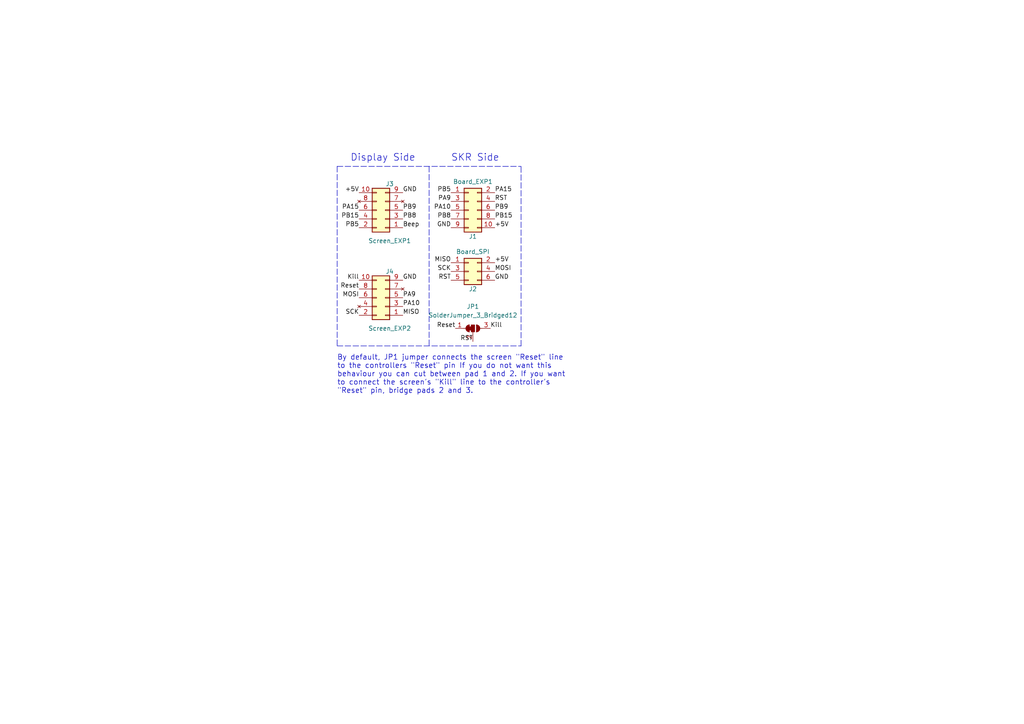
<source format=kicad_sch>
(kicad_sch (version 20211123) (generator eeschema)
  (paper "A4")
  (lib_symbols
    (symbol "Conn_02x05_Odd_Even_1" (pin_names (offset 1.016) hide)
      (property "Reference" "J3" (at -1.27 -7.62 0))
      (property "Value" "Conn_02x05_Odd_Even_1" (at -1.27 8.89 0))
      (symbol "Conn_02x05_Odd_Even_1_1_1"
        (rectangle (start -1.27 -4.953) (end 0 -5.207) (stroke (width 0.1524)))
        (rectangle (start -1.27 -2.413) (end 0 -2.667) (stroke (width 0.1524)))
        (rectangle (start -1.27 0.127) (end 0 -0.127) (stroke (width 0.1524)))
        (rectangle (start -1.27 2.667) (end 0 2.413) (stroke (width 0.1524)))
        (rectangle (start -1.27 5.207) (end 0 4.953) (stroke (width 0.1524)))
        (rectangle (start -1.27 6.35) (end 3.81 -6.35) (stroke (width 0.254)) (fill (type background)))
        (rectangle (start 3.81 -4.953) (end 2.54 -5.207) (stroke (width 0.1524)))
        (rectangle (start 3.81 -2.413) (end 2.54 -2.667) (stroke (width 0.1524)))
        (rectangle (start 3.81 0.127) (end 2.54 -0.127) (stroke (width 0.1524)))
        (rectangle (start 3.81 2.667) (end 2.54 2.413) (stroke (width 0.1524)))
        (rectangle (start 3.81 5.207) (end 2.54 4.953) (stroke (width 0.1524)))
        (pin passive line (at -5.08 5.08 0) (length 3.81) (name "Pin_1") (number "1"))
        (pin passive line (at 7.62 -5.08 180) (length 3.81) (name "Pin_10") (number "10"))
        (pin passive line (at 7.62 5.08 180) (length 3.81) (name "Pin_2") (number "2"))
        (pin passive line (at -5.08 2.54 0) (length 3.81) (name "Pin_3") (number "3"))
        (pin passive line (at 7.62 2.54 180) (length 3.81) (name "Pin_4") (number "4"))
        (pin passive line (at -5.08 0 0) (length 3.81) (name "Pin_5") (number "5"))
        (pin passive line (at 7.62 0 180) (length 3.81) (name "Pin_6") (number "6"))
        (pin no_connect line (at -5.08 -2.54 0) (length 3.81) (name "Pin_7") (number "7"))
        (pin no_connect line (at 7.62 -2.54 180) (length 3.81) (name "Pin_8") (number "8"))
        (pin passive line (at -5.08 -5.08 0) (length 3.81) (name "Pin_9") (number "9"))
      )
    )
    (symbol "Conn_02x05_Odd_Even_2" (pin_names (offset 1.016) hide)
      (property "Reference" "J4" (at -1.27 -7.62 0))
      (property "Value" "Conn_02x05_Odd_Even_2" (at -1.27 8.89 0))
      (symbol "Conn_02x05_Odd_Even_2_1_1"
        (rectangle (start -1.27 -4.953) (end 0 -5.207) (stroke (width 0.1524)))
        (rectangle (start -1.27 -2.413) (end 0 -2.667) (stroke (width 0.1524)))
        (rectangle (start -1.27 0.127) (end 0 -0.127) (stroke (width 0.1524)))
        (rectangle (start -1.27 2.667) (end 0 2.413) (stroke (width 0.1524)))
        (rectangle (start -1.27 5.207) (end 0 4.953) (stroke (width 0.1524)))
        (rectangle (start -1.27 6.35) (end 3.81 -6.35) (stroke (width 0.254)) (fill (type background)))
        (rectangle (start 3.81 -4.953) (end 2.54 -5.207) (stroke (width 0.1524)))
        (rectangle (start 3.81 -2.413) (end 2.54 -2.667) (stroke (width 0.1524)))
        (rectangle (start 3.81 0.127) (end 2.54 -0.127) (stroke (width 0.1524)))
        (rectangle (start 3.81 2.667) (end 2.54 2.413) (stroke (width 0.1524)))
        (rectangle (start 3.81 5.207) (end 2.54 4.953) (stroke (width 0.1524)))
        (pin passive line (at -5.08 5.08 0) (length 3.81) (name "Pin_1") (number "1"))
        (pin passive line (at 7.62 -5.08 180) (length 3.81) (name "Pin_10") (number "10"))
        (pin passive line (at 7.62 5.08 180) (length 3.81) (name "Pin_2") (number "2"))
        (pin passive line (at -5.08 2.54 0) (length 3.81) (name "Pin_3") (number "3"))
        (pin no_connect line (at 7.62 2.54 180) (length 3.81) (name "Pin_4") (number "4"))
        (pin passive line (at -5.08 0 0) (length 3.81) (name "Pin_5") (number "5"))
        (pin passive line (at 7.62 0 180) (length 3.81) (name "Pin_6") (number "6"))
        (pin no_connect line (at -5.08 -2.54 0) (length 3.81) (name "Pin_7") (number "7"))
        (pin passive line (at 7.62 -2.54 180) (length 3.81) (name "Pin_8") (number "8"))
        (pin passive line (at -5.08 -5.08 0) (length 3.81) (name "Pin_9") (number "9"))
      )
    )
    (symbol "Connector_Generic:Conn_02x03_Odd_Even" (pin_names (offset 1.016) hide)
      (property "Reference" "J" (at 1.27 5.08 0))
      (property "Value" "Conn_02x03_Odd_Even" (at 1.27 -5.08 0))
      (symbol "Conn_02x03_Odd_Even_1_1"
        (rectangle (start -1.27 -2.413) (end 0 -2.667) (stroke (width 0.1524)))
        (rectangle (start -1.27 0.127) (end 0 -0.127) (stroke (width 0.1524)))
        (rectangle (start -1.27 2.667) (end 0 2.413) (stroke (width 0.1524)))
        (rectangle (start -1.27 3.81) (end 3.81 -3.81) (stroke (width 0.254)) (fill (type background)))
        (rectangle (start 3.81 -2.413) (end 2.54 -2.667) (stroke (width 0.1524)))
        (rectangle (start 3.81 0.127) (end 2.54 -0.127) (stroke (width 0.1524)))
        (rectangle (start 3.81 2.667) (end 2.54 2.413) (stroke (width 0.1524)))
        (pin passive line (at -5.08 2.54 0) (length 3.81) (name "Pin_1") (number "1"))
        (pin passive line (at 7.62 2.54 180) (length 3.81) (name "Pin_2") (number "2"))
        (pin passive line (at -5.08 0 0) (length 3.81) (name "Pin_3") (number "3"))
        (pin passive line (at 7.62 0 180) (length 3.81) (name "Pin_4") (number "4"))
        (pin passive line (at -5.08 -2.54 0) (length 3.81) (name "Pin_5") (number "5"))
        (pin passive line (at 7.62 -2.54 180) (length 3.81) (name "Pin_6") (number "6"))
      )
    )
    (symbol "Connector_Generic:Conn_02x05_Odd_Even" (pin_names (offset 1.016) hide)
      (property "Reference" "J" (at 1.27 7.62 0))
      (property "Value" "Conn_02x05_Odd_Even" (at 1.27 -7.62 0))
      (symbol "Conn_02x05_Odd_Even_1_1"
        (rectangle (start -1.27 -4.953) (end 0 -5.207) (stroke (width 0.1524)))
        (rectangle (start -1.27 -2.413) (end 0 -2.667) (stroke (width 0.1524)))
        (rectangle (start -1.27 0.127) (end 0 -0.127) (stroke (width 0.1524)))
        (rectangle (start -1.27 2.667) (end 0 2.413) (stroke (width 0.1524)))
        (rectangle (start -1.27 5.207) (end 0 4.953) (stroke (width 0.1524)))
        (rectangle (start -1.27 6.35) (end 3.81 -6.35) (stroke (width 0.254)) (fill (type background)))
        (rectangle (start 3.81 -4.953) (end 2.54 -5.207) (stroke (width 0.1524)))
        (rectangle (start 3.81 -2.413) (end 2.54 -2.667) (stroke (width 0.1524)))
        (rectangle (start 3.81 0.127) (end 2.54 -0.127) (stroke (width 0.1524)))
        (rectangle (start 3.81 2.667) (end 2.54 2.413) (stroke (width 0.1524)))
        (rectangle (start 3.81 5.207) (end 2.54 4.953) (stroke (width 0.1524)))
        (pin passive line (at -5.08 5.08 0) (length 3.81) (name "Pin_1") (number "1"))
        (pin passive line (at 7.62 -5.08 180) (length 3.81) (name "Pin_10") (number "10"))
        (pin passive line (at 7.62 5.08 180) (length 3.81) (name "Pin_2") (number "2"))
        (pin passive line (at -5.08 2.54 0) (length 3.81) (name "Pin_3") (number "3"))
        (pin passive line (at 7.62 2.54 180) (length 3.81) (name "Pin_4") (number "4"))
        (pin passive line (at -5.08 0 0) (length 3.81) (name "Pin_5") (number "5"))
        (pin passive line (at 7.62 0 180) (length 3.81) (name "Pin_6") (number "6"))
        (pin passive line (at -5.08 -2.54 0) (length 3.81) (name "Pin_7") (number "7"))
        (pin passive line (at 7.62 -2.54 180) (length 3.81) (name "Pin_8") (number "8"))
        (pin passive line (at -5.08 -5.08 0) (length 3.81) (name "Pin_9") (number "9"))
      )
    )
    (symbol "Jumper:SolderJumper_3_Bridged12" (pin_names (offset 0) hide)
      (property "Reference" "JP" (at -2.54 -2.54 0))
      (property "Value" "SolderJumper_3_Bridged12" (at 0 2.794 0))
      (symbol "SolderJumper_3_Bridged12_0_1"
        (rectangle (start -1.016 0.508) (end -0.508 -0.508) (fill (type outline)))
        (arc (start -1.016 1.016) (mid -2.032 0) (end -1.016 -1.016))
        (arc (start -1.016 1.016) (mid -2.032 0) (end -1.016 -1.016) (fill (type outline)))
        (rectangle (start -0.508 1.016) (end 0.508 -1.016) (fill (type outline)))
        (polyline (pts (xy -2.54 0) (xy -2.032 0)))
        (polyline (pts (xy -1.016 1.016) (xy -1.016 -1.016)))
        (polyline (pts (xy 0 -1.27) (xy 0 -1.016)))
        (polyline (pts (xy 1.016 1.016) (xy 1.016 -1.016)))
        (polyline (pts (xy 2.54 0) (xy 2.032 0)))
        (arc (start 1.016 -1.016) (mid 2.032 0) (end 1.016 1.016))
        (arc (start 1.016 -1.016) (mid 2.032 0) (end 1.016 1.016) (fill (type outline)))
      )
      (symbol "SolderJumper_3_Bridged12_1_1"
        (pin passive line (at -5.08 0 0) (length 2.54) (name "A") (number "1"))
        (pin passive line (at 0 -3.81 90) (length 2.54) (name "C") (number "2"))
        (pin passive line (at 5.08 0 180) (length 2.54) (name "B") (number "3"))
      )
    )
  )
  (polyline (pts (xy 151.13 100.33) (xy 151.13 48.26)))
  (polyline (pts (xy 97.79 100.33) (xy 151.13 100.33)))
  (polyline (pts (xy 97.79 48.26) (xy 151.13 48.26)))
  (polyline (pts (xy 97.79 48.26) (xy 97.79 100.33)))
  (polyline (pts (xy 124.46 48.26) (xy 124.46 100.33)))
  (text "SKR Side" (at 130.81 46.99 0) (effects (font (size 2.0066 2.0066)) (justify left bottom)))
  (text "By default, JP1 jumper connects the screen \"Reset\" line \nto the controllers \"Reset\" pin If you do not want this \nbehaviour you can cut between pad 1 and 2. If you want \nto connect the screen's \"Kill\" line to the controller's \n\"Reset\" pin, bridge pads 2 and 3." (at 97.79 114.3 0) (effects (font (size 1.4986 1.4986)) (justify left bottom)))
  (text "Display Side" (at 101.6 46.99 0) (effects (font (size 2.0066 2.0066)) (justify left bottom)))
  (label "PA9" (at 116.84 86.36 0))
  (label "PB8" (at 116.84 63.5 0))
  (label "PB5" (at 130.81 55.88 180))
  (label "PB9" (at 116.84 60.96 0))
  (label "PA15" (at 104.14 60.96 180))
  (label "+5V" (at 143.51 66.04 0))
  (label "Kill" (at 104.14 81.28 180))
  (label "PA15" (at 143.51 55.88 0))
  (label "RST" (at 137.16 99.06 180))
  (label "PA10" (at 130.81 60.96 180))
  (label "Reset" (at 132.08 95.25 180))
  (label "MISO" (at 130.81 76.2 180))
  (label "RST" (at 130.81 81.28 180))
  (label "PA9" (at 130.81 58.42 180))
  (label "PA10" (at 116.84 88.9 0))
  (label "GND" (at 130.81 66.04 180))
  (label "MOSI" (at 143.51 78.74 0))
  (label "PB15" (at 104.14 63.5 180))
  (label "GND" (at 116.84 81.28 0))
  (label "PB8" (at 130.81 63.5 180))
  (label "PB5" (at 104.14 66.04 180))
  (label "+5V" (at 104.14 55.88 180))
  (label "MISO" (at 116.84 91.44 0))
  (label "+5V" (at 143.51 76.2 0))
  (label "SCK" (at 104.14 91.44 180))
  (label "Beep" (at 116.84 66.04 0))
  (label "PB9" (at 143.51 60.96 0))
  (label "GND" (at 116.84 55.88 0))
  (label "MOSI" (at 104.14 86.36 180))
  (label "Kill" (at 142.24 95.25 0))
  (label "GND" (at 143.51 81.28 0))
  (label "PB15" (at 143.51 63.5 0))
  (label "SCK" (at 130.81 78.74 180))
  (label "Reset" (at 104.14 83.82 180))
  (label "RST" (at 143.51 58.42 0))
  (symbol (lib_name "Conn_02x05_Odd_Even_2") (lib_id "Connector_Generic:Conn_02x05_Odd_Even") (at 111.76 86.36 180) (unit 1)
    (property "Reference" "J4" (at 113.03 78.74 0))
    (property "Value" "Screen_EXP2" (at 113.03 95.25 0))
    (property "Footprint" "TRA_KiCad_Footprints:Shrouded_2x5_pin_header" (effects hide))
  )
  (symbol (lib_name "Conn_02x05_Odd_Even_1") (lib_id "Connector_Generic:Conn_02x05_Odd_Even") (at 111.76 60.96 180) (unit 1)
    (property "Reference" "J3" (at 113.03 53.34 0))
    (property "Value" "Screen_EXP1" (at 113.03 69.85 0))
    (property "Footprint" "TRA_KiCad_Footprints:Shrouded_2x5_pin_header" (effects hide))
  )
  (symbol (lib_id "Connector_Generic:Conn_02x05_Odd_Even") (at 135.89 60.96 0) (unit 1)
    (property "Reference" "J1" (at 137.16 68.58 0))
    (property "Value" "Board_EXP1" (at 137.16 52.6796 0))
    (property "Footprint" "Connector_PinSocket_2.54mm:PinSocket_2x05_P2.54mm_Vertical" (effects hide))
  )
  (symbol (lib_id "Connector_Generic:Conn_02x03_Odd_Even") (at 135.89 78.74 0) (unit 1)
    (property "Reference" "J2" (at 137.16 83.82 0))
    (property "Value" "Board_SPI" (at 137.16 72.9996 0))
    (property "Footprint" "Connector_PinSocket_2.54mm:PinSocket_2x03_P2.54mm_Vertical" (effects hide))
  )
  (symbol (lib_id "Jumper:SolderJumper_3_Bridged12") (at 137.16 95.25 0) (unit 1)
    (property "Reference" "JP1" (at 137.16 88.9 0))
    (property "Value" "SolderJumper_3_Bridged12" (at 137.16 91.44 0))
    (property "Footprint" "Jumper:SolderJumper-3_P1.3mm_Bridged12_RoundedPad1.0x1.5mm" (effects hide))
  )
)
</source>
